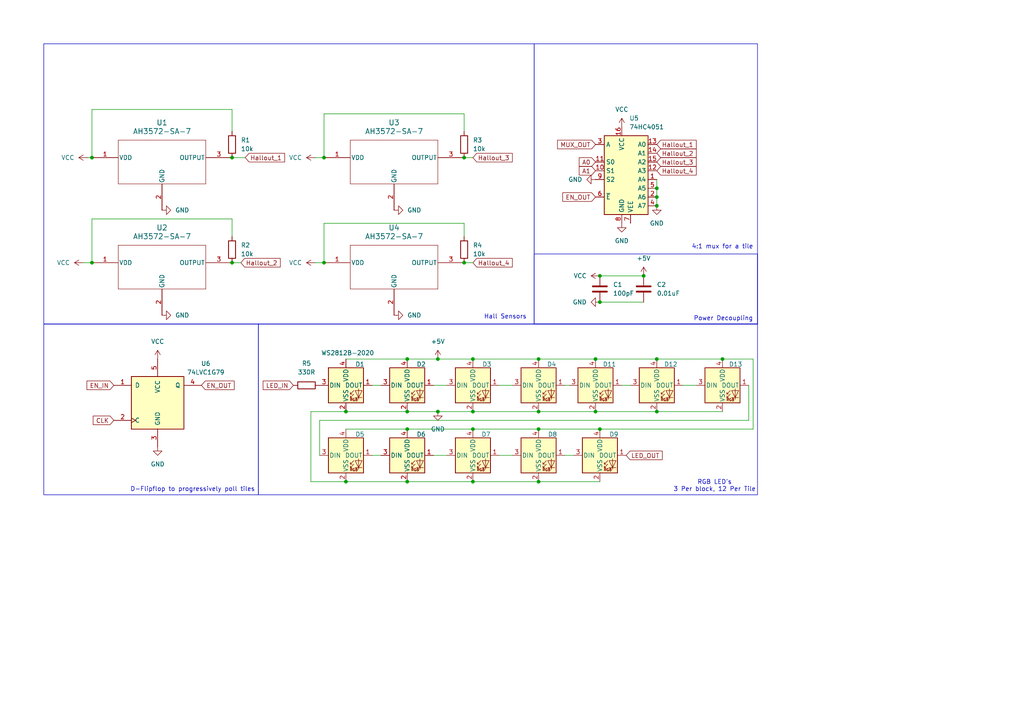
<source format=kicad_sch>
(kicad_sch (version 20231120) (generator "eeschema") (generator_version "8.0")
  (paper "A4")
  (lib_symbols
    (symbol "74xGxx:74LVC1G79" (pin_names (offset 1.016))
      (property "Reference" "U" (at -5.08 10.16 0))
      (property "Value" "74LVC1G79" (at 7.62 -10.16 0))
      (symbol "74LVC1G79_0_1"
        (rectangle (start -7.62 7.62) (end 7.62 -7.62) (stroke (width 0.254)) (fill (type background)))
      )
      (symbol "74LVC1G79_1_1"
        (pin input line (at -12.7 5.08 0) (length 5.08) (name "D") (number "1"))
        (pin input clock (at -12.7 -5.08 0) (length 5.08) (name "C") (number "2"))
        (pin power_in line (at 0 -12.7 90) (length 5.08) (name "GND") (number "3"))
        (pin output line (at 12.7 5.08 180) (length 5.08) (name "Q") (number "4"))
        (pin power_in line (at 0 12.7 270) (length 5.08) (name "VCC") (number "5"))
      )
    )
    (symbol "74xx:74HC4051"
      (property "Reference" "U" (at -5.08 11.43 0))
      (property "Value" "74HC4051" (at -7.62 -13.97 0))
      (symbol "74HC4051_0_1"
        (rectangle (start -5.08 10.16) (end 7.62 -12.7) (stroke (width 0.254)) (fill (type background)))
      )
      (symbol "74HC4051_1_1"
        (pin passive line (at 10.16 -2.54 180) (length 2.54) (name "A4") (number "1"))
        (pin input line (at -7.62 0 0) (length 2.54) (name "S1") (number "10"))
        (pin input line (at -7.62 2.54 0) (length 2.54) (name "S0") (number "11"))
        (pin passive line (at 10.16 0 180) (length 2.54) (name "A3") (number "12"))
        (pin passive line (at 10.16 7.62 180) (length 2.54) (name "A0") (number "13"))
        (pin passive line (at 10.16 5.08 180) (length 2.54) (name "A1") (number "14"))
        (pin passive line (at 10.16 2.54 180) (length 2.54) (name "A2") (number "15"))
        (pin power_in line (at 0 12.7 270) (length 2.54) (name "VCC") (number "16"))
        (pin passive line (at 10.16 -7.62 180) (length 2.54) (name "A6") (number "2"))
        (pin passive line (at -7.62 7.62 0) (length 2.54) (name "A") (number "3"))
        (pin passive line (at 10.16 -10.16 180) (length 2.54) (name "A7") (number "4"))
        (pin passive line (at 10.16 -5.08 180) (length 2.54) (name "A5") (number "5"))
        (pin input line (at -7.62 -7.62 0) (length 2.54) (name "~{E}") (number "6"))
        (pin power_in line (at 2.54 -15.24 90) (length 2.54) (name "VEE") (number "7"))
        (pin power_in line (at 0 -15.24 90) (length 2.54) (name "GND") (number "8"))
        (pin input line (at -7.62 -2.54 0) (length 2.54) (name "S2") (number "9"))
      )
    )
    (symbol "Device:C" (pin_numbers hide) (pin_names (offset 0.254))
      (property "Reference" "C" (at 0.635 2.54 0))
      (property "Value" "C" (at 0.635 -2.54 0))
      (symbol "C_0_1"
        (polyline (pts (xy -2.032 -0.762) (xy 2.032 -0.762)) (stroke (width 0.508)))
        (polyline (pts (xy -2.032 0.762) (xy 2.032 0.762)) (stroke (width 0.508)))
      )
      (symbol "C_1_1"
        (pin passive line (at 0 3.81 270) (length 2.794) (name "~") (number "1"))
        (pin passive line (at 0 -3.81 90) (length 2.794) (name "~") (number "2"))
      )
    )
    (symbol "Device:R" (pin_numbers hide) (pin_names (offset 0))
      (property "Reference" "R" (at 2.032 0 90))
      (property "Value" "R" (at 0 0 90))
      (symbol "R_0_1"
        (rectangle (start -1.016 -2.54) (end 1.016 2.54) (stroke (width 0.254)))
      )
      (symbol "R_1_1"
        (pin passive line (at 0 3.81 270) (length 1.27) (name "~") (number "1"))
        (pin passive line (at 0 -3.81 90) (length 1.27) (name "~") (number "2"))
      )
    )
    (symbol "LED:WS2812B-2020" (pin_names (offset 0.254))
      (property "Reference" "D" (at 5.08 5.715 0))
      (property "Value" "WS2812B-2020" (at 1.27 -5.715 0))
      (symbol "WS2812B-2020_0_0"
        (text "RGB" (at 2.286 -4.191 0) (effects (font (size 0.762 0.762))))
      )
      (symbol "WS2812B-2020_0_1"
        (polyline (pts (xy 1.27 -3.556) (xy 1.778 -3.556)))
        (polyline (pts (xy 1.27 -2.54) (xy 1.778 -2.54)))
        (polyline (pts (xy 4.699 -3.556) (xy 2.667 -3.556)))
        (polyline (pts (xy 2.286 -2.54) (xy 1.27 -3.556) (xy 1.27 -3.048)))
        (polyline (pts (xy 2.286 -1.524) (xy 1.27 -2.54) (xy 1.27 -2.032)))
        (polyline (pts (xy 3.683 -1.016) (xy 3.683 -3.556) (xy 3.683 -4.064)))
        (polyline (pts (xy 4.699 -1.524) (xy 2.667 -1.524) (xy 3.683 -3.556) (xy 4.699 -1.524)))
        (rectangle (start 5.08 5.08) (end -5.08 -5.08) (stroke (width 0.254)) (fill (type background)))
      )
      (symbol "WS2812B-2020_1_1"
        (pin output line (at 7.62 0 180) (length 2.54) (name "DOUT") (number "1"))
        (pin power_in line (at 0 -7.62 90) (length 2.54) (name "VSS") (number "2"))
        (pin input line (at -7.62 0 0) (length 2.54) (name "DIN") (number "3"))
        (pin power_in line (at 0 7.62 270) (length 2.54) (name "VDD") (number "4"))
      )
    )
    (symbol "Sensor_Magnetic:AH3572-SA-7" (pin_names (offset 0.254))
      (property "Reference" "U" (at 20.32 10.16 0))
      (property "Value" "AH3572-SA-7" (at 20.32 7.62 0))
      (symbol "AH3572-SA-7_0_1"
        (polyline (pts (xy 7.62 -7.62) (xy 33.02 -7.62)) (stroke (width 0.127)))
        (polyline (pts (xy 7.62 5.08) (xy 7.62 -7.62)) (stroke (width 0.127)))
        (polyline (pts (xy 33.02 -7.62) (xy 33.02 5.08)) (stroke (width 0.127)))
        (polyline (pts (xy 33.02 5.08) (xy 7.62 5.08)) (stroke (width 0.127)))
        (pin power_in line (at 0 0 0) (length 7.62) (name "VDD") (number "1"))
        (pin power_out line (at 20.32 -15.24 90) (length 7.62) (name "GND") (number "2"))
        (pin output line (at 40.64 0 180) (length 7.62) (name "OUTPUT") (number "3"))
      )
    )
    (symbol "power:+5V" (power) (pin_numbers hide) (pin_names (offset 0) hide)
      (property "Value" "+5V" (at 0 3.556 0))
      (symbol "+5V_0_1"
        (polyline (pts (xy -0.762 1.27) (xy 0 2.54)))
        (polyline (pts (xy 0 0) (xy 0 2.54)))
        (polyline (pts (xy 0 2.54) (xy 0.762 1.27)))
      )
      (symbol "+5V_1_1"
        (pin power_in line (at 0 0 90) (length 0) (name "~") (number "1"))
      )
    )
    (symbol "power:GND" (power) (pin_numbers hide) (pin_names (offset 0) hide)
      (property "Value" "GND" (at 0 -3.81 0))
      (symbol "GND_0_1"
        (polyline (pts (xy 0 0) (xy 0 -1.27) (xy 1.27 -1.27) (xy 0 -2.54) (xy -1.27 -1.27) (xy 0 -1.27)))
      )
      (symbol "GND_1_1"
        (pin power_in line (at 0 0 270) (length 0) (name "~") (number "1"))
      )
    )
    (symbol "power:VCC" (power) (pin_numbers hide) (pin_names (offset 0) hide)
      (property "Value" "VCC" (at 0 3.556 0))
      (symbol "VCC_0_1"
        (polyline (pts (xy -0.762 1.27) (xy 0 2.54)))
        (polyline (pts (xy 0 0) (xy 0 2.54)))
        (polyline (pts (xy 0 2.54) (xy 0.762 1.27)))
      )
      (symbol "VCC_1_1"
        (pin power_in line (at 0 0 90) (length 0) (name "~") (number "1"))
      )
    )
  )
  (junction (at 134.62 76.2))
  (junction (at 156.21 124.46))
  (junction (at 100.33 119.38))
  (junction (at 190.5 104.14))
  (junction (at 209.55 104.14))
  (junction (at 190.5 57.15))
  (junction (at 118.11 119.38))
  (junction (at 137.16 104.14))
  (junction (at 172.72 104.14))
  (junction (at 93.98 76.2))
  (junction (at 118.11 104.14))
  (junction (at 26.67 76.2))
  (junction (at 137.16 139.7))
  (junction (at 173.99 80.01))
  (junction (at 190.5 54.61))
  (junction (at 67.31 45.72))
  (junction (at 156.21 104.14))
  (junction (at 118.11 124.46))
  (junction (at 137.16 124.46))
  (junction (at 93.98 45.72))
  (junction (at 156.21 119.38))
  (junction (at 118.11 139.7))
  (junction (at 134.62 45.72))
  (junction (at 67.31 76.2))
  (junction (at 137.16 119.38))
  (junction (at 173.99 87.63))
  (junction (at 100.33 139.7))
  (junction (at 26.67 45.72))
  (junction (at 186.69 80.01))
  (junction (at 172.72 119.38))
  (junction (at 190.5 59.69))
  (junction (at 127 104.14))
  (junction (at 156.21 139.7))
  (junction (at 173.99 124.46))
  (junction (at 190.5 119.38))
  (junction (at 127 119.38))
  (wire (pts (xy 172.72 104.14) (xy 190.5 104.14)))
  (wire (pts (xy 118.11 119.38) (xy 100.33 119.38)))
  (wire (pts (xy 67.31 31.75) (xy 26.67 31.75)))
  (wire (pts (xy 156.21 104.14) (xy 172.72 104.14)))
  (wire (pts (xy 163.83 111.76) (xy 165.1 111.76)))
  (wire (pts (xy 127 119.38) (xy 118.11 119.38)))
  (wire (pts (xy 173.99 124.46) (xy 218.44 124.46)))
  (wire (pts (xy 190.5 52.07) (xy 190.5 54.61)))
  (wire (pts (xy 134.62 38.1) (xy 134.62 33.02)))
  (wire (pts (xy 172.72 119.38) (xy 190.5 119.38)))
  (wire (pts (xy 134.62 33.02) (xy 93.98 33.02)))
  (wire (pts (xy 118.11 139.7) (xy 137.16 139.7)))
  (wire (pts (xy 67.31 38.1) (xy 67.31 31.75)))
  (wire (pts (xy 190.5 119.38) (xy 209.55 119.38)))
  (wire (pts (xy 218.44 124.46) (xy 218.44 104.14)))
  (wire (pts (xy 163.83 132.08) (xy 166.37 132.08)))
  (wire (pts (xy 118.11 104.14) (xy 127 104.14)))
  (wire (pts (xy 125.73 111.76) (xy 129.54 111.76)))
  (wire (pts (xy 217.17 121.92) (xy 92.71 121.92)))
  (wire (pts (xy 156.21 119.38) (xy 172.72 119.38)))
  (wire (pts (xy 144.78 132.08) (xy 148.59 132.08)))
  (wire (pts (xy 91.44 45.72) (xy 93.98 45.72)))
  (wire (pts (xy 134.62 64.77) (xy 93.98 64.77)))
  (wire (pts (xy 137.16 124.46) (xy 156.21 124.46)))
  (wire (pts (xy 100.33 139.7) (xy 118.11 139.7)))
  (wire (pts (xy 173.99 87.63) (xy 186.69 87.63)))
  (wire (pts (xy 69.85 76.2) (xy 67.31 76.2)))
  (wire (pts (xy 90.17 139.7) (xy 100.33 139.7)))
  (wire (pts (xy 26.67 63.5) (xy 26.67 76.2)))
  (wire (pts (xy 107.95 132.08) (xy 110.49 132.08)))
  (wire (pts (xy 180.34 111.76) (xy 182.88 111.76)))
  (wire (pts (xy 25.4 45.72) (xy 26.67 45.72)))
  (wire (pts (xy 217.17 111.76) (xy 217.17 121.92)))
  (wire (pts (xy 137.16 45.72) (xy 134.62 45.72)))
  (wire (pts (xy 93.98 64.77) (xy 93.98 76.2)))
  (wire (pts (xy 125.73 132.08) (xy 129.54 132.08)))
  (wire (pts (xy 134.62 68.58) (xy 134.62 64.77)))
  (wire (pts (xy 156.21 139.7) (xy 173.99 139.7)))
  (wire (pts (xy 137.16 119.38) (xy 156.21 119.38)))
  (wire (pts (xy 118.11 124.46) (xy 137.16 124.46)))
  (wire (pts (xy 24.13 76.2) (xy 26.67 76.2)))
  (wire (pts (xy 127 104.14) (xy 137.16 104.14)))
  (wire (pts (xy 190.5 57.15) (xy 190.5 59.69)))
  (wire (pts (xy 218.44 104.14) (xy 209.55 104.14)))
  (wire (pts (xy 100.33 124.46) (xy 118.11 124.46)))
  (wire (pts (xy 190.5 54.61) (xy 190.5 57.15)))
  (wire (pts (xy 190.5 104.14) (xy 209.55 104.14)))
  (wire (pts (xy 91.44 76.2) (xy 93.98 76.2)))
  (wire (pts (xy 67.31 68.58) (xy 67.31 63.5)))
  (wire (pts (xy 173.99 80.01) (xy 186.69 80.01)))
  (wire (pts (xy 198.12 111.76) (xy 201.93 111.76)))
  (wire (pts (xy 107.95 111.76) (xy 110.49 111.76)))
  (wire (pts (xy 137.16 104.14) (xy 156.21 104.14)))
  (wire (pts (xy 144.78 111.76) (xy 148.59 111.76)))
  (wire (pts (xy 100.33 104.14) (xy 118.11 104.14)))
  (wire (pts (xy 67.31 63.5) (xy 26.67 63.5)))
  (wire (pts (xy 127 119.38) (xy 137.16 119.38)))
  (wire (pts (xy 71.12 45.72) (xy 67.31 45.72)))
  (wire (pts (xy 156.21 124.46) (xy 173.99 124.46)))
  (wire (pts (xy 137.16 139.7) (xy 156.21 139.7)))
  (wire (pts (xy 93.98 33.02) (xy 93.98 45.72)))
  (wire (pts (xy 26.67 31.75) (xy 26.67 45.72)))
  (wire (pts (xy 137.16 76.2) (xy 134.62 76.2)))
  (wire (pts (xy 90.17 139.7) (xy 90.17 119.38)))
  (wire (pts (xy 92.71 121.92) (xy 92.71 132.08)))
  (wire (pts (xy 90.17 119.38) (xy 100.33 119.38)))
  (rectangle (start 12.7 93.98) (end 74.93 143.51))
  (rectangle (start 74.93 93.98) (end 219.71 143.51))
  (rectangle (start 12.7 12.7) (end 154.94 93.98))
  (rectangle (start 154.94 12.7) (end 219.71 93.98))
  (rectangle (start 154.94 73.66) (end 219.71 93.98))
  (text "4:1 mux for a tile" (at 209.55 71.628 0) (effects (font (size 1.27 1.27))))
  (text "Power Decoupling" (at 209.804 92.456 0) (effects (font (size 1.27 1.27))))
  (text "D-Flipflop to progressively poll tiles" (at 55.88 141.986 0) (effects (font (size 1.27 1.27))))
  (text "RGB LED's\n3 Per block, 12 Per Tile" (at 207.264 140.97 0) (effects (font (size 1.27 1.27))))
  (text "Hall Sensors\n" (at 146.558 91.948 0) (effects (font (size 1.27 1.27))))
  (global_label "Hallout_2" (shape input) (at 190.5 44.45 0) (property "Intersheetrefs" "${INTERSHEET_REFS}" (effects (hide yes))))
  (global_label "Hallout_2" (shape input) (at 69.85 76.2 0) (property "Intersheetrefs" "${INTERSHEET_REFS}" (effects (hide yes))))
  (global_label "A0" (shape input) (at 172.72 46.99 180) (property "Intersheetrefs" "${INTERSHEET_REFS}" (effects (hide yes))))
  (global_label "Hallout_1" (shape input) (at 71.12 45.72 0) (property "Intersheetrefs" "${INTERSHEET_REFS}" (effects (hide yes))))
  (global_label "MUX_OUT" (shape input) (at 172.72 41.91 180) (property "Intersheetrefs" "${INTERSHEET_REFS}" (effects (hide yes))))
  (global_label "Hallout_3" (shape input) (at 190.5 46.99 0) (property "Intersheetrefs" "${INTERSHEET_REFS}" (effects (hide yes))))
  (global_label "EN_OUT" (shape input) (at 172.72 57.15 180) (property "Intersheetrefs" "${INTERSHEET_REFS}" (effects (hide yes))))
  (global_label "EN_IN" (shape input) (at 33.02 111.76 180) (property "Intersheetrefs" "${INTERSHEET_REFS}" (effects (hide yes))))
  (global_label "CLK" (shape input) (at 33.02 121.92 180) (property "Intersheetrefs" "${INTERSHEET_REFS}" (effects (hide yes))))
  (global_label "A1" (shape input) (at 172.72 49.53 180) (property "Intersheetrefs" "${INTERSHEET_REFS}" (effects (hide yes))))
  (global_label "Hallout_1" (shape input) (at 190.5 41.91 0) (property "Intersheetrefs" "${INTERSHEET_REFS}" (effects (hide yes))))
  (global_label "LED_OUT" (shape input) (at 181.61 132.08 0) (property "Intersheetrefs" "${INTERSHEET_REFS}" (effects (hide yes))))
  (global_label "EN_OUT" (shape input) (at 58.42 111.76 0) (property "Intersheetrefs" "${INTERSHEET_REFS}" (effects (hide yes))))
  (global_label "Hallout_4" (shape input) (at 137.16 76.2 0) (property "Intersheetrefs" "${INTERSHEET_REFS}" (effects (hide yes))))
  (global_label "Hallout_4" (shape input) (at 190.5 49.53 0) (property "Intersheetrefs" "${INTERSHEET_REFS}" (effects (hide yes))))
  (global_label "Hallout_3" (shape input) (at 137.16 45.72 0) (property "Intersheetrefs" "${INTERSHEET_REFS}" (effects (hide yes))))
  (global_label "LED_IN" (shape input) (at 85.09 111.76 180) (property "Intersheetrefs" "${INTERSHEET_REFS}" (effects (hide yes))))
  (symbol (lib_id "LED:WS2812B-2020") (at 118.11 111.76 0) (unit 1)
    (property "Reference" "D2" (at 122.174 105.664 0))
    (property "Value" "WS2812B-2020" (effects (hide yes)))
    (property "Footprint" "LED_SMD:LED_WS2812B-2020_PLCC4_2.0x2.0mm" (effects (hide yes)))
    (property "Datasheet" "https://cdn-shop.adafruit.com/product-files/4684/4684_WS2812B-2020_V1.3_EN.pdf" (effects (hide yes)))
    (property "Description" "RGB LED with integrated controller, 2.0 x 2.0 mm, 12 mA" (effects (hide yes)))
  )
  (symbol (lib_id "power:GND") (at 172.72 52.07 270) (unit 1)
    (property "Reference" "#PWR020" (effects (hide yes)))
    (property "Value" "GND" (at 168.91 52.0699 90) (effects (justify right)))
    (property "Description" "Power symbol creates a global label with name \"GND\" , ground" (effects (hide yes)))
  )
  (symbol (lib_id "power:GND") (at 46.99 91.44 90) (unit 1)
    (property "Reference" "#PWR01" (effects (hide yes)))
    (property "Value" "GND" (at 50.8 91.4399 90) (effects (justify right)))
    (property "Description" "Power symbol creates a global label with name \"GND\" , ground" (effects (hide yes)))
  )
  (symbol (lib_id "power:GND") (at 180.34 64.77 0) (unit 1)
    (property "Reference" "#PWR019" (effects (hide yes)))
    (property "Value" "GND" (at 180.34 69.85 0))
    (property "Description" "Power symbol creates a global label with name \"GND\" , ground" (effects (hide yes)))
  )
  (symbol (lib_id "LED:WS2812B-2020") (at 137.16 111.76 0) (unit 1)
    (property "Reference" "D3" (at 141.224 105.664 0))
    (property "Value" "WS2812B-2020" (effects (hide yes)))
    (property "Footprint" "LED_SMD:LED_WS2812B-2020_PLCC4_2.0x2.0mm" (effects (hide yes)))
    (property "Datasheet" "https://cdn-shop.adafruit.com/product-files/4684/4684_WS2812B-2020_V1.3_EN.pdf" (effects (hide yes)))
    (property "Description" "RGB LED with integrated controller, 2.0 x 2.0 mm, 12 mA" (effects (hide yes)))
  )
  (symbol (lib_id "power:VCC") (at 91.44 45.72 90) (unit 1)
    (property "Reference" "#PWR04" (effects (hide yes)))
    (property "Value" "VCC" (at 87.63 45.7199 90) (effects (justify left)))
    (property "Description" "Power symbol creates a global label with name \"VCC\"" (effects (hide yes)))
  )
  (symbol (lib_id "LED:WS2812B-2020") (at 100.33 111.76 0) (unit 1)
    (property "Reference" "D1" (at 104.394 105.664 0))
    (property "Value" "WS2812B-2020" (at 100.838 102.362 0))
    (property "Footprint" "LED_SMD:LED_WS2812B-2020_PLCC4_2.0x2.0mm" (effects (hide yes)))
    (property "Datasheet" "https://cdn-shop.adafruit.com/product-files/4684/4684_WS2812B-2020_V1.3_EN.pdf" (effects (hide yes)))
    (property "Description" "RGB LED with integrated controller, 2.0 x 2.0 mm, 12 mA" (effects (hide yes)))
  )
  (symbol (lib_id "power:GND") (at 127 119.38 0) (unit 1)
    (property "Reference" "#PWR012" (effects (hide yes)))
    (property "Value" "GND" (at 127 124.46 0))
    (property "Description" "Power symbol creates a global label with name \"GND\" , ground" (effects (hide yes)))
  )
  (symbol (lib_id "Device:R") (at 134.62 72.39 0) (unit 1)
    (property "Reference" "R4" (at 137.16 71.1199 0) (effects (justify left)))
    (property "Value" "10k" (at 137.16 73.6599 0) (effects (justify left)))
    (property "Description" "Resistor" (effects (hide yes)))
  )
  (symbol (lib_id "Sensor_Magnetic:AH3572-SA-7") (at 26.67 45.72 0) (unit 1)
    (property "Reference" "U1" (at 46.99 35.56 0) (effects (font (size 1.524 1.524))))
    (property "Value" "AH3572-SA-7" (at 46.99 38.1 0) (effects (font (size 1.524 1.524))))
    (property "Footprint" "SOT23_AH3572-SA-7_DIO" (effects (hide yes)))
    (property "Datasheet" "AH3572-SA-7" (effects (hide yes)))
  )
  (symbol (lib_id "LED:WS2812B-2020") (at 190.5 111.76 0) (unit 1)
    (property "Reference" "D12" (at 194.564 105.664 0))
    (property "Value" "WS2812B-2020" (effects (hide yes)))
    (property "Footprint" "LED_SMD:LED_WS2812B-2020_PLCC4_2.0x2.0mm" (effects (hide yes)))
    (property "Datasheet" "https://cdn-shop.adafruit.com/product-files/4684/4684_WS2812B-2020_V1.3_EN.pdf" (effects (hide yes)))
    (property "Description" "RGB LED with integrated controller, 2.0 x 2.0 mm, 12 mA" (effects (hide yes)))
  )
  (symbol (lib_id "power:+5V") (at 186.69 80.01 0) (unit 1)
    (property "Reference" "#PWR013" (effects (hide yes)))
    (property "Value" "+5V" (at 186.69 74.93 0))
    (property "Description" "Power symbol creates a global label with name \"+5V\"" (effects (hide yes)))
  )
  (symbol (lib_id "LED:WS2812B-2020") (at 137.16 132.08 0) (unit 1)
    (property "Reference" "D7" (at 140.97 125.984 0))
    (property "Value" "WS2812B-2020" (effects (hide yes)))
    (property "Footprint" "LED_SMD:LED_WS2812B-2020_PLCC4_2.0x2.0mm" (effects (hide yes)))
    (property "Datasheet" "https://cdn-shop.adafruit.com/product-files/4684/4684_WS2812B-2020_V1.3_EN.pdf" (effects (hide yes)))
    (property "Description" "RGB LED with integrated controller, 2.0 x 2.0 mm, 12 mA" (effects (hide yes)))
  )
  (symbol (lib_id "power:VCC") (at 24.13 76.2 90) (unit 1)
    (property "Reference" "#PWR03" (effects (hide yes)))
    (property "Value" "VCC" (at 20.32 76.1999 90) (effects (justify left)))
    (property "Description" "Power symbol creates a global label with name \"VCC\"" (effects (hide yes)))
  )
  (symbol (lib_id "power:VCC") (at 91.44 76.2 90) (unit 1)
    (property "Reference" "#PWR05" (effects (hide yes)))
    (property "Value" "VCC" (at 87.63 76.1999 90) (effects (justify left)))
    (property "Description" "Power symbol creates a global label with name \"VCC\"" (effects (hide yes)))
  )
  (symbol (lib_id "Device:C") (at 173.99 83.82 0) (unit 1)
    (property "Reference" "C1" (at 177.8 82.5499 0) (effects (justify left)))
    (property "Value" "100pF" (at 177.8 85.0899 0) (effects (justify left)))
    (property "Description" "Unpolarized capacitor" (effects (hide yes)))
  )
  (symbol (lib_id "LED:WS2812B-2020") (at 209.55 111.76 0) (unit 1)
    (property "Reference" "D13" (at 213.36 105.664 0))
    (property "Value" "WS2812B-2020" (effects (hide yes)))
    (property "Footprint" "LED_SMD:LED_WS2812B-2020_PLCC4_2.0x2.0mm" (effects (hide yes)))
    (property "Datasheet" "https://cdn-shop.adafruit.com/product-files/4684/4684_WS2812B-2020_V1.3_EN.pdf" (effects (hide yes)))
    (property "Description" "RGB LED with integrated controller, 2.0 x 2.0 mm, 12 mA" (effects (hide yes)))
  )
  (symbol (lib_id "74xGxx:74LVC1G79") (at 45.72 116.84 0) (unit 1)
    (property "Reference" "U6" (at 59.69 105.4414 0))
    (property "Value" "74LVC1G79" (at 59.69 107.9814 0))
    (property "Footprint" "Package_SO:TSOP-5_1.65x3.05mm_P0.95mm" (effects (hide yes)))
    (property "Datasheet" "http://www.ti.com/lit/sg/scyt129e/scyt129e.pdf" (effects (hide yes)))
    (property "Description" "Single D Flip-Flop, Low-Voltage CMOS" (effects (hide yes)))
  )
  (symbol (lib_id "Sensor_Magnetic:AH3572-SA-7") (at 93.98 45.72 0) (unit 1)
    (property "Reference" "U3" (at 114.3 35.56 0) (effects (font (size 1.524 1.524))))
    (property "Value" "AH3572-SA-7" (at 114.3 38.1 0) (effects (font (size 1.524 1.524))))
    (property "Footprint" "SOT23_AH3572-SA-7_DIO" (effects (hide yes)))
    (property "Datasheet" "AH3572-SA-7" (effects (hide yes)))
  )
  (symbol (lib_id "Device:R") (at 67.31 41.91 0) (unit 1)
    (property "Reference" "R1" (at 69.85 40.6399 0) (effects (justify left)))
    (property "Value" "10k" (at 69.85 43.1799 0) (effects (justify left)))
    (property "Description" "Resistor" (effects (hide yes)))
  )
  (symbol (lib_id "LED:WS2812B-2020") (at 100.33 132.08 0) (unit 1)
    (property "Reference" "D5" (at 104.394 125.984 0))
    (property "Value" "WS2812B-2020" (effects (hide yes)))
    (property "Footprint" "LED_SMD:LED_WS2812B-2020_PLCC4_2.0x2.0mm" (effects (hide yes)))
    (property "Datasheet" "https://cdn-shop.adafruit.com/product-files/4684/4684_WS2812B-2020_V1.3_EN.pdf" (effects (hide yes)))
    (property "Description" "RGB LED with integrated controller, 2.0 x 2.0 mm, 12 mA" (effects (hide yes)))
  )
  (symbol (lib_id "power:GND") (at 190.5 59.69 0) (unit 1)
    (property "Reference" "#PWR021" (effects (hide yes)))
    (property "Value" "GND" (at 190.5 64.77 0))
    (property "Description" "Power symbol creates a global label with name \"GND\" , ground" (effects (hide yes)))
  )
  (symbol (lib_id "power:GND") (at 45.72 129.54 0) (unit 1)
    (property "Reference" "#PWR014" (effects (hide yes)))
    (property "Value" "GND" (at 45.72 134.62 0))
    (property "Description" "Power symbol creates a global label with name \"GND\" , ground" (effects (hide yes)))
  )
  (symbol (lib_id "LED:WS2812B-2020") (at 172.72 111.76 0) (unit 1)
    (property "Reference" "D11" (at 176.784 105.664 0))
    (property "Value" "WS2812B-2020" (effects (hide yes)))
    (property "Footprint" "LED_SMD:LED_WS2812B-2020_PLCC4_2.0x2.0mm" (effects (hide yes)))
    (property "Datasheet" "https://cdn-shop.adafruit.com/product-files/4684/4684_WS2812B-2020_V1.3_EN.pdf" (effects (hide yes)))
    (property "Description" "RGB LED with integrated controller, 2.0 x 2.0 mm, 12 mA" (effects (hide yes)))
  )
  (symbol (lib_id "power:VCC") (at 180.34 36.83 0) (unit 1)
    (property "Reference" "#PWR022" (effects (hide yes)))
    (property "Value" "VCC" (at 180.34 31.75 0))
    (property "Description" "Power symbol creates a global label with name \"VCC\"" (effects (hide yes)))
  )
  (symbol (lib_id "Device:R") (at 67.31 72.39 0) (unit 1)
    (property "Reference" "R2" (at 69.85 71.1199 0) (effects (justify left)))
    (property "Value" "10k" (at 69.85 73.6599 0) (effects (justify left)))
    (property "Description" "Resistor" (effects (hide yes)))
  )
  (symbol (lib_id "power:VCC") (at 45.72 104.14 0) (unit 1)
    (property "Reference" "#PWR015" (effects (hide yes)))
    (property "Value" "VCC" (at 45.72 99.06 0))
    (property "Description" "Power symbol creates a global label with name \"VCC\"" (effects (hide yes)))
  )
  (symbol (lib_id "Device:R") (at 88.9 111.76 90) (unit 1)
    (property "Reference" "R5" (at 88.9 105.41 90))
    (property "Value" "330R" (at 88.9 107.95 90))
    (property "Description" "Resistor" (effects (hide yes)))
  )
  (symbol (lib_id "74xx:74HC4051") (at 180.34 49.53 0) (unit 1)
    (property "Reference" "U5" (at 182.5341 34.29 0) (effects (justify left)))
    (property "Value" "74HC4051" (at 182.5341 36.83 0) (effects (justify left)))
    (property "Datasheet" "http://www.ti.com/lit/ds/symlink/cd74hc4051.pdf" (effects (hide yes)))
    (property "Description" "8-channel analog multiplexer/demultiplexer, DIP-16/SOIC-16/TSSOP-16" (effects (hide yes)))
  )
  (symbol (lib_id "LED:WS2812B-2020") (at 173.99 132.08 0) (unit 1)
    (property "Reference" "D9" (at 178.054 125.984 0))
    (property "Value" "WS2812B-2020" (effects (hide yes)))
    (property "Footprint" "LED_SMD:LED_WS2812B-2020_PLCC4_2.0x2.0mm" (effects (hide yes)))
    (property "Datasheet" "https://cdn-shop.adafruit.com/product-files/4684/4684_WS2812B-2020_V1.3_EN.pdf" (effects (hide yes)))
    (property "Description" "RGB LED with integrated controller, 2.0 x 2.0 mm, 12 mA" (effects (hide yes)))
  )
  (symbol (lib_id "Device:R") (at 134.62 41.91 0) (unit 1)
    (property "Reference" "R3" (at 137.16 40.6399 0) (effects (justify left)))
    (property "Value" "10k" (at 137.16 43.1799 0) (effects (justify left)))
    (property "Description" "Resistor" (effects (hide yes)))
  )
  (symbol (lib_id "power:GND") (at 114.3 91.44 90) (unit 1)
    (property "Reference" "#PWR08" (effects (hide yes)))
    (property "Value" "GND" (at 118.11 91.4399 90) (effects (justify right)))
    (property "Description" "Power symbol creates a global label with name \"GND\" , ground" (effects (hide yes)))
  )
  (symbol (lib_id "LED:WS2812B-2020") (at 156.21 132.08 0) (unit 1)
    (property "Reference" "D8" (at 160.274 125.984 0))
    (property "Value" "WS2812B-2020" (effects (hide yes)))
    (property "Footprint" "LED_SMD:LED_WS2812B-2020_PLCC4_2.0x2.0mm" (effects (hide yes)))
    (property "Datasheet" "https://cdn-shop.adafruit.com/product-files/4684/4684_WS2812B-2020_V1.3_EN.pdf" (effects (hide yes)))
    (property "Description" "RGB LED with integrated controller, 2.0 x 2.0 mm, 12 mA" (effects (hide yes)))
  )
  (symbol (lib_id "Device:C") (at 186.69 83.82 0) (unit 1)
    (property "Reference" "C2" (at 190.5 82.5499 0) (effects (justify left)))
    (property "Value" "0.01uF" (at 190.5 85.0899 0) (effects (justify left)))
    (property "Description" "Unpolarized capacitor" (effects (hide yes)))
  )
  (symbol (lib_id "power:GND") (at 114.3 60.96 90) (unit 1)
    (property "Reference" "#PWR07" (effects (hide yes)))
    (property "Value" "GND" (at 118.11 60.9599 90) (effects (justify right)))
    (property "Description" "Power symbol creates a global label with name \"GND\" , ground" (effects (hide yes)))
  )
  (symbol (lib_id "Sensor_Magnetic:AH3572-SA-7") (at 93.98 76.2 0) (unit 1)
    (property "Reference" "U4" (at 114.3 66.04 0) (effects (font (size 1.524 1.524))))
    (property "Value" "AH3572-SA-7" (at 114.3 68.58 0) (effects (font (size 1.524 1.524))))
    (property "Footprint" "SOT23_AH3572-SA-7_DIO" (effects (hide yes)))
    (property "Datasheet" "AH3572-SA-7" (effects (hide yes)))
  )
  (symbol (lib_id "LED:WS2812B-2020") (at 118.11 132.08 0) (unit 1)
    (property "Reference" "D6" (at 122.174 125.984 0))
    (property "Value" "WS2812B-2020" (effects (hide yes)))
    (property "Footprint" "LED_SMD:LED_WS2812B-2020_PLCC4_2.0x2.0mm" (effects (hide yes)))
    (property "Datasheet" "https://cdn-shop.adafruit.com/product-files/4684/4684_WS2812B-2020_V1.3_EN.pdf" (effects (hide yes)))
    (property "Description" "RGB LED with integrated controller, 2.0 x 2.0 mm, 12 mA" (effects (hide yes)))
  )
  (symbol (lib_id "power:GND") (at 173.99 87.63 270) (unit 1)
    (property "Reference" "#PWR010" (effects (hide yes)))
    (property "Value" "GND" (at 170.18 87.6299 90) (effects (justify right)))
    (property "Description" "Power symbol creates a global label with name \"GND\" , ground" (effects (hide yes)))
  )
  (symbol (lib_id "LED:WS2812B-2020") (at 156.21 111.76 0) (unit 1)
    (property "Reference" "D4" (at 160.02 105.664 0))
    (property "Value" "WS2812B-2020" (effects (hide yes)))
    (property "Footprint" "LED_SMD:LED_WS2812B-2020_PLCC4_2.0x2.0mm" (effects (hide yes)))
    (property "Datasheet" "https://cdn-shop.adafruit.com/product-files/4684/4684_WS2812B-2020_V1.3_EN.pdf" (effects (hide yes)))
    (property "Description" "RGB LED with integrated controller, 2.0 x 2.0 mm, 12 mA" (effects (hide yes)))
  )
  (symbol (lib_id "power:+5V") (at 127 104.14 0) (unit 1)
    (property "Reference" "#PWR011" (effects (hide yes)))
    (property "Value" "+5V" (at 127 99.06 0))
    (property "Description" "Power symbol creates a global label with name \"+5V\"" (effects (hide yes)))
  )
  (symbol (lib_id "power:VCC") (at 173.99 80.01 90) (unit 1)
    (property "Reference" "#PWR09" (effects (hide yes)))
    (property "Value" "VCC" (at 170.18 80.0099 90) (effects (justify left)))
    (property "Description" "Power symbol creates a global label with name \"VCC\"" (effects (hide yes)))
  )
  (symbol (lib_id "power:VCC") (at 25.4 45.72 90) (unit 1)
    (property "Reference" "#PWR02" (effects (hide yes)))
    (property "Value" "VCC" (at 21.59 45.7199 90) (effects (justify left)))
    (property "Description" "Power symbol creates a global label with name \"VCC\"" (effects (hide yes)))
  )
  (symbol (lib_id "Sensor_Magnetic:AH3572-SA-7") (at 26.67 76.2 0) (unit 1)
    (property "Reference" "U2" (at 46.99 66.04 0) (effects (font (size 1.524 1.524))))
    (property "Value" "AH3572-SA-7" (at 46.99 68.58 0) (effects (font (size 1.524 1.524))))
    (property "Footprint" "SOT23_AH3572-SA-7_DIO" (effects (hide yes)))
    (property "Datasheet" "AH3572-SA-7" (effects (hide yes)))
  )
  (symbol (lib_id "power:GND") (at 46.99 60.96 90) (unit 1)
    (property "Reference" "#PWR06" (effects (hide yes)))
    (property "Value" "GND" (at 50.8 60.9599 90) (effects (justify right)))
    (property "Description" "Power symbol creates a global label with name \"GND\" , ground" (effects (hide yes)))
  )
)
</source>
